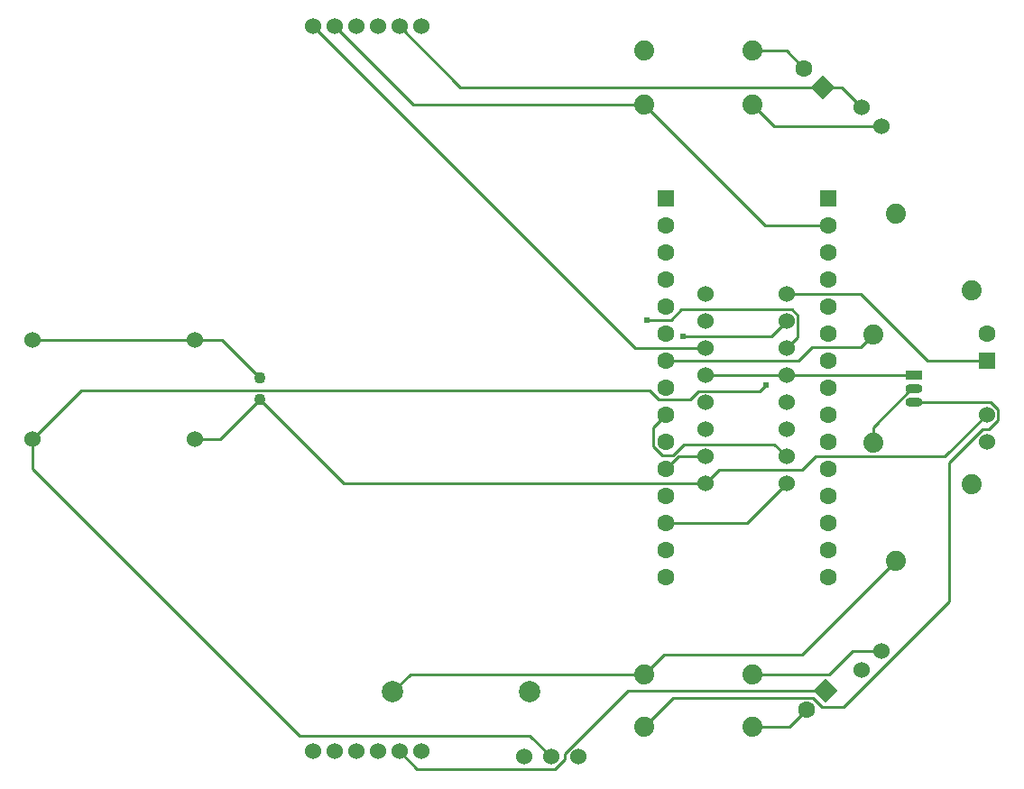
<source format=gtl>
G04 Layer: TopLayer*
G04 EasyEDA v6.5.34, 2023-08-10 19:04:03*
G04 aaf764472e2f49baad615704bd9e3d85,f0aaafa8627743d499664706fb11d6fc,10*
G04 Gerber Generator version 0.2*
G04 Scale: 100 percent, Rotated: No, Reflected: No *
G04 Dimensions in millimeters *
G04 leading zeros omitted , absolute positions ,4 integer and 5 decimal *
%FSLAX45Y45*%
%MOMM*%

%AMMACRO1*21,1,$1,$2,0,0,$3*%
%ADD10C,0.2540*%
%ADD11C,2.0000*%
%ADD12C,1.1000*%
%ADD13C,1.6000*%
%ADD14MACRO1,1.6X1.6X135.0000*%
%ADD15R,1.6000X1.6000*%
%ADD16MACRO1,1.6X1.6X-135.0000*%
%ADD17C,1.5240*%
%ADD18O,1.5999968X0.8999982*%
%ADD19R,1.6000X0.9000*%
%ADD20C,1.8796*%
%ADD21C,0.6100*%

%LPD*%
D10*
X9499600Y4076700D02*
G01*
X8940800Y4076700D01*
X8318500Y4699000D01*
X7620000Y4699000D01*
X546100Y3340100D02*
G01*
X546100Y3060700D01*
X3053841Y552957D01*
X5212841Y552957D01*
X5410200Y355600D01*
X2679700Y3710000D02*
G01*
X3468700Y2921000D01*
X6858000Y2921000D01*
X7302500Y1130300D02*
G01*
X8023326Y1130300D01*
X8240115Y1347088D01*
X8509914Y1347088D01*
X7302500Y6477000D02*
G01*
X7506614Y6272885D01*
X8509914Y6272885D01*
X8813800Y3937000D02*
G01*
X8705875Y3937000D01*
X6858000Y3937000D02*
G01*
X7620000Y3937000D01*
X7620000Y3937000D02*
G01*
X8705875Y3937000D01*
X3926992Y965200D02*
G01*
X4092092Y1130300D01*
X6286500Y1130300D01*
X6286500Y1130300D02*
G01*
X6470319Y1314119D01*
X7765719Y1314119D01*
X8645093Y2193493D01*
X3378200Y7213600D02*
G01*
X4114800Y6477000D01*
X6286500Y6477000D01*
X6286500Y6477000D02*
G01*
X7416800Y5346700D01*
X8013700Y5346700D01*
X2679700Y3909999D02*
G01*
X2322499Y4267200D01*
X2070100Y4267200D01*
X2070100Y4267200D02*
G01*
X546100Y4267200D01*
X6858000Y4191000D02*
G01*
X6197600Y4191000D01*
X3175000Y7213600D01*
X7620000Y3175000D02*
G01*
X7508900Y3286099D01*
X6656044Y3286099D01*
X6557645Y3187700D01*
X6456222Y3187700D01*
X6371894Y3272028D01*
X6371894Y3450894D01*
X6489700Y3568700D01*
X6858000Y3175000D02*
G01*
X6604000Y3175000D01*
X6489700Y3060700D01*
X7620000Y2921000D02*
G01*
X7251700Y2552700D01*
X6489700Y2552700D01*
X6489700Y4076700D02*
G01*
X7732572Y4076700D01*
X7859572Y4203700D01*
X8318500Y4203700D01*
X8432800Y4318000D01*
X8432800Y3302000D02*
G01*
X8432800Y3449472D01*
X8793327Y3810000D01*
X8813800Y3810000D01*
X7302500Y635000D02*
G01*
X7645400Y635000D01*
X7809585Y799185D01*
X7302500Y6985000D02*
G01*
X7620000Y6985000D01*
X7784185Y6820814D01*
X3987825Y406400D02*
G01*
X4152163Y242062D01*
X5447538Y242062D01*
X5537200Y331723D01*
X5537200Y384911D01*
X6131077Y978788D01*
X7989214Y978788D01*
X3987825Y7213600D02*
G01*
X4560239Y6641185D01*
X7963814Y6641185D01*
X7963814Y6641185D02*
G01*
X8141614Y6641185D01*
X8330311Y6452488D01*
X9499600Y3568700D02*
G01*
X9104249Y3173348D01*
X7892999Y3173348D01*
X7767650Y3048000D01*
X6985000Y3048000D01*
X6858000Y2921000D01*
X2070100Y3340100D02*
G01*
X2309799Y3340100D01*
X2679700Y3710000D01*
X6286500Y635000D02*
G01*
X6558788Y907287D01*
X7869174Y907287D01*
X7956270Y820191D01*
X8153730Y820191D01*
X9147429Y1813890D01*
X9147429Y3114090D01*
X9460661Y3427323D01*
X9522307Y3427323D01*
X9607270Y3512286D01*
X9607270Y3614851D01*
X9539122Y3683000D01*
X8813800Y3683000D01*
X7620000Y4191000D02*
G01*
X7726809Y4297809D01*
X7726809Y4499836D01*
X7673776Y4552876D01*
X6633392Y4552876D01*
X6538219Y4457700D01*
X6311900Y4457700D01*
X7620000Y4445000D02*
G01*
X7476997Y4301997D01*
X6654088Y4301997D01*
X546100Y3340100D02*
G01*
X1002284Y3796284D01*
X6340602Y3796284D01*
X6424929Y3711955D01*
X6719061Y3711955D01*
X6794398Y3787292D01*
X7369962Y3787292D01*
X7428763Y3846093D01*
D11*
G01*
X5207000Y965200D03*
G01*
X3926992Y965200D03*
D12*
G01*
X2679700Y3710000D03*
G01*
X2679700Y3909999D03*
D13*
G01*
X7784185Y6820814D03*
D14*
G01*
X7963801Y6641198D03*
D13*
G01*
X9499600Y4330700D03*
D15*
G01*
X9499600Y4076700D03*
D13*
G01*
X7809585Y799185D03*
D16*
G01*
X7989201Y978801D03*
D17*
G01*
X8330311Y6452488D03*
G01*
X8509914Y6272885D03*
G01*
X9499600Y3568700D03*
G01*
X9499600Y3314700D03*
G01*
X8330311Y1167485D03*
G01*
X8509914Y1347088D03*
D18*
G01*
X8813800Y3683000D03*
G01*
X8813800Y3810000D03*
D19*
G01*
X8813800Y3937000D03*
D20*
G01*
X7302500Y6985000D03*
G01*
X6286500Y6985000D03*
G01*
X9363506Y4733493D03*
G01*
X8645093Y5451906D03*
G01*
X7302500Y635000D03*
G01*
X6286500Y635000D03*
G01*
X7302500Y6477000D03*
G01*
X6286500Y6477000D03*
G01*
X9363506Y2911906D03*
G01*
X8645093Y2193493D03*
G01*
X7302500Y1130300D03*
G01*
X6286500Y1130300D03*
G01*
X8432800Y4318000D03*
G01*
X8432800Y3302000D03*
D17*
G01*
X5156200Y355600D03*
G01*
X5410200Y355600D03*
G01*
X5664200Y355600D03*
D15*
G01*
X6489700Y5600700D03*
D13*
G01*
X8013700Y5346700D03*
G01*
X8013700Y4838700D03*
G01*
X8013700Y4330700D03*
G01*
X8013700Y3822700D03*
G01*
X8013700Y3314700D03*
G01*
X8013700Y2806700D03*
G01*
X8013700Y2298700D03*
G01*
X6489700Y2044700D03*
G01*
X6489700Y2552700D03*
G01*
X6489700Y3060700D03*
G01*
X6489700Y3568700D03*
G01*
X6489700Y4076700D03*
G01*
X6489700Y4584700D03*
G01*
X6489700Y5092700D03*
G01*
X6489700Y5346700D03*
G01*
X6489700Y4838700D03*
G01*
X6489700Y4330700D03*
G01*
X6489700Y3822700D03*
G01*
X6489700Y3314700D03*
G01*
X6489700Y2806700D03*
G01*
X6489700Y2298700D03*
G01*
X8013700Y2044700D03*
G01*
X8013700Y2552700D03*
G01*
X8013700Y3060700D03*
G01*
X8013700Y3568700D03*
G01*
X8013700Y4076700D03*
G01*
X8013700Y4584700D03*
G01*
X8013700Y5092700D03*
D15*
G01*
X8013700Y5600700D03*
D17*
G01*
X4191000Y7213582D03*
G01*
X3987812Y7213600D03*
G01*
X3784607Y7213600D03*
G01*
X3581402Y7213600D03*
G01*
X3378197Y7213600D03*
G01*
X3174992Y7213600D03*
G01*
X4191000Y406382D03*
G01*
X3987812Y406400D03*
G01*
X3784607Y406400D03*
G01*
X3581402Y406400D03*
G01*
X3378197Y406400D03*
G01*
X3174992Y406400D03*
G01*
X7620000Y2921000D03*
G01*
X7620000Y3175000D03*
G01*
X7620000Y3429000D03*
G01*
X7620000Y3683000D03*
G01*
X7620000Y3937000D03*
G01*
X7620000Y4191000D03*
G01*
X7620000Y4445000D03*
G01*
X7620000Y4699000D03*
G01*
X6858000Y4699000D03*
G01*
X6858000Y4445000D03*
G01*
X6858000Y4191000D03*
G01*
X6858000Y3937000D03*
G01*
X6858000Y3683000D03*
G01*
X6858000Y3429000D03*
G01*
X6858000Y3175000D03*
G01*
X6858000Y2921000D03*
G01*
X546100Y4267200D03*
G01*
X546100Y3340100D03*
G01*
X2070100Y4267200D03*
G01*
X2070100Y3340100D03*
D21*
G01*
X7428763Y3846093D03*
G01*
X6654088Y4301997D03*
G01*
X6311900Y4457700D03*
M02*

</source>
